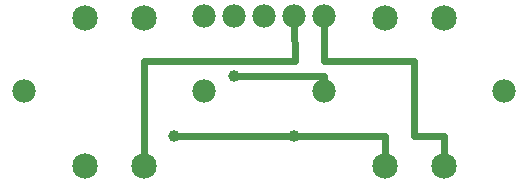
<source format=gbl>
G04 MADE WITH FRITZING*
G04 WWW.FRITZING.ORG*
G04 DOUBLE SIDED*
G04 HOLES PLATED*
G04 CONTOUR ON CENTER OF CONTOUR VECTOR*
%ASAXBY*%
%FSLAX23Y23*%
%MOIN*%
%OFA0B0*%
%SFA1.0B1.0*%
%ADD10C,0.039370*%
%ADD11C,0.085000*%
%ADD12C,0.078000*%
%ADD13C,0.024000*%
%LNCOPPER0*%
G90*
G70*
G54D10*
X573Y203D03*
X973Y203D03*
G54D11*
X1473Y596D03*
X1276Y596D03*
X1276Y103D03*
X1473Y103D03*
X473Y596D03*
X276Y596D03*
X276Y103D03*
X473Y103D03*
G54D10*
X773Y403D03*
G54D12*
X673Y603D03*
X773Y603D03*
X873Y603D03*
X973Y603D03*
X1073Y603D03*
X673Y353D03*
X73Y353D03*
X1073Y353D03*
X1673Y353D03*
G54D13*
X965Y203D02*
X580Y203D01*
D02*
X973Y203D02*
X1274Y203D01*
D02*
X1274Y203D02*
X1275Y127D01*
D02*
X1073Y453D02*
X1073Y584D01*
D02*
X1373Y453D02*
X1073Y453D01*
D02*
X1373Y203D02*
X1373Y453D01*
D02*
X1473Y203D02*
X1373Y203D01*
D02*
X1473Y127D02*
X1473Y203D01*
D02*
X473Y127D02*
X472Y453D01*
D02*
X974Y453D02*
X973Y584D01*
D02*
X472Y453D02*
X974Y453D01*
D02*
X1073Y403D02*
X1073Y372D01*
D02*
X781Y403D02*
X1073Y403D01*
G04 End of Copper0*
M02*
</source>
